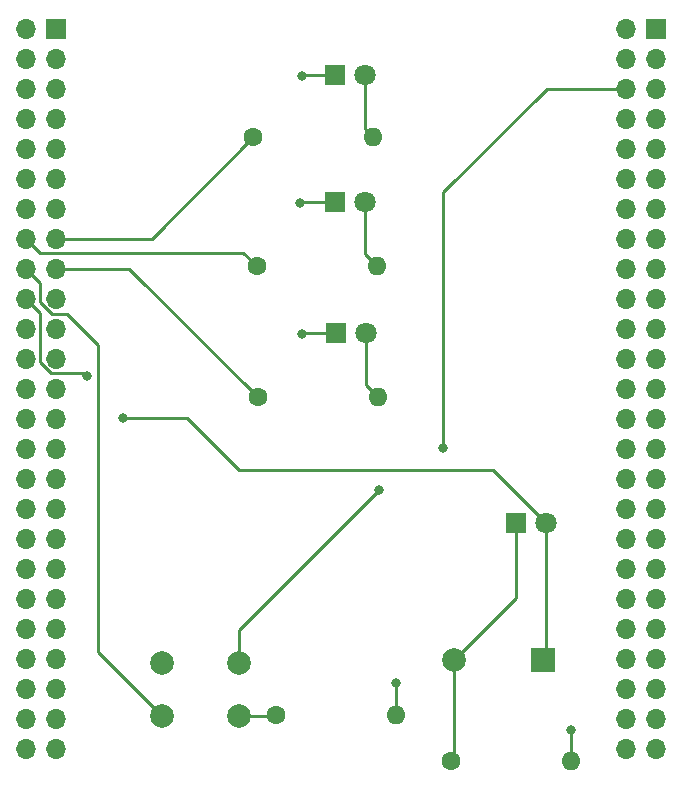
<source format=gbr>
%TF.GenerationSoftware,KiCad,Pcbnew,(7.0.0-0)*%
%TF.CreationDate,2023-05-30T21:51:57-06:00*%
%TF.ProjectId,Phase D PCB,50686173-6520-4442-9050-43422e6b6963,rev?*%
%TF.SameCoordinates,Original*%
%TF.FileFunction,Copper,L1,Top*%
%TF.FilePolarity,Positive*%
%FSLAX46Y46*%
G04 Gerber Fmt 4.6, Leading zero omitted, Abs format (unit mm)*
G04 Created by KiCad (PCBNEW (7.0.0-0)) date 2023-05-30 21:51:57*
%MOMM*%
%LPD*%
G01*
G04 APERTURE LIST*
%TA.AperFunction,ComponentPad*%
%ADD10R,1.700000X1.700000*%
%TD*%
%TA.AperFunction,ComponentPad*%
%ADD11O,1.700000X1.700000*%
%TD*%
%TA.AperFunction,ComponentPad*%
%ADD12R,1.800000X1.800000*%
%TD*%
%TA.AperFunction,ComponentPad*%
%ADD13C,1.800000*%
%TD*%
%TA.AperFunction,ComponentPad*%
%ADD14C,1.600000*%
%TD*%
%TA.AperFunction,ComponentPad*%
%ADD15O,1.600000X1.600000*%
%TD*%
%TA.AperFunction,ComponentPad*%
%ADD16C,2.000000*%
%TD*%
%TA.AperFunction,ComponentPad*%
%ADD17R,2.000000X2.000000*%
%TD*%
%TA.AperFunction,ViaPad*%
%ADD18C,0.800000*%
%TD*%
%TA.AperFunction,Conductor*%
%ADD19C,0.250000*%
%TD*%
%TA.AperFunction,Conductor*%
%ADD20C,0.203200*%
%TD*%
G04 APERTURE END LIST*
D10*
%TO.P,J2,1,Pin_1*%
%TO.N,GND*%
X170152399Y-59136199D03*
D11*
%TO.P,J2,2,Pin_2*%
X167612399Y-59136199D03*
%TO.P,J2,3,Pin_3*%
%TO.N,+5V*%
X170152399Y-61676199D03*
%TO.P,J2,4,Pin_4*%
X167612399Y-61676199D03*
%TO.P,J2,5,Pin_5*%
%TO.N,+3V0*%
X170152399Y-64216199D03*
%TO.P,J2,6,Pin_6*%
X167612399Y-64216199D03*
%TO.P,J2,7,Pin_7*%
%TO.N,unconnected-(J2-Pin_7-Pad7)*%
X170152399Y-66756199D03*
%TO.P,J2,8,Pin_8*%
%TO.N,unconnected-(J2-Pin_8-Pad8)*%
X167612399Y-66756199D03*
%TO.P,J2,9,Pin_9*%
%TO.N,unconnected-(J2-Pin_9-Pad9)*%
X170152399Y-69296199D03*
%TO.P,J2,10,Pin_10*%
%TO.N,unconnected-(J2-Pin_10-Pad10)*%
X167612399Y-69296199D03*
%TO.P,J2,11,Pin_11*%
%TO.N,unconnected-(J2-Pin_11-Pad11)*%
X170152399Y-71836199D03*
%TO.P,J2,12,Pin_12*%
%TO.N,unconnected-(J2-Pin_12-Pad12)*%
X167612399Y-71836199D03*
%TO.P,J2,13,Pin_13*%
%TO.N,unconnected-(J2-Pin_13-Pad13)*%
X170152399Y-74376199D03*
%TO.P,J2,14,Pin_14*%
%TO.N,unconnected-(J2-Pin_14-Pad14)*%
X167612399Y-74376199D03*
%TO.P,J2,15,Pin_15*%
%TO.N,unconnected-(J2-Pin_15-Pad15)*%
X170152399Y-76916199D03*
%TO.P,J2,16,Pin_16*%
%TO.N,unconnected-(J2-Pin_16-Pad16)*%
X167612399Y-76916199D03*
%TO.P,J2,17,Pin_17*%
%TO.N,unconnected-(J2-Pin_17-Pad17)*%
X170152399Y-79456199D03*
%TO.P,J2,18,Pin_18*%
%TO.N,unconnected-(J2-Pin_18-Pad18)*%
X167612399Y-79456199D03*
%TO.P,J2,19,Pin_19*%
%TO.N,unconnected-(J2-Pin_19-Pad19)*%
X170152399Y-81996199D03*
%TO.P,J2,20,Pin_20*%
%TO.N,unconnected-(J2-Pin_20-Pad20)*%
X167612399Y-81996199D03*
%TO.P,J2,21,Pin_21*%
%TO.N,unconnected-(J2-Pin_21-Pad21)*%
X170152399Y-84536199D03*
%TO.P,J2,22,Pin_22*%
%TO.N,unconnected-(J2-Pin_22-Pad22)*%
X167612399Y-84536199D03*
%TO.P,J2,23,Pin_23*%
%TO.N,unconnected-(J2-Pin_23-Pad23)*%
X170152399Y-87076199D03*
%TO.P,J2,24,Pin_24*%
%TO.N,unconnected-(J2-Pin_24-Pad24)*%
X167612399Y-87076199D03*
%TO.P,J2,25,Pin_25*%
%TO.N,unconnected-(J2-Pin_25-Pad25)*%
X170152399Y-89616199D03*
%TO.P,J2,26,Pin_26*%
%TO.N,unconnected-(J2-Pin_26-Pad26)*%
X167612399Y-89616199D03*
%TO.P,J2,27,Pin_27*%
%TO.N,unconnected-(J2-Pin_27-Pad27)*%
X170152399Y-92156199D03*
%TO.P,J2,28,Pin_28*%
%TO.N,unconnected-(J2-Pin_28-Pad28)*%
X167612399Y-92156199D03*
%TO.P,J2,29,Pin_29*%
%TO.N,unconnected-(J2-Pin_29-Pad29)*%
X170152399Y-94696199D03*
%TO.P,J2,30,Pin_30*%
%TO.N,unconnected-(J2-Pin_30-Pad30)*%
X167612399Y-94696199D03*
%TO.P,J2,31,Pin_31*%
%TO.N,unconnected-(J2-Pin_31-Pad31)*%
X170152399Y-97236199D03*
%TO.P,J2,32,Pin_32*%
%TO.N,unconnected-(J2-Pin_32-Pad32)*%
X167612399Y-97236199D03*
%TO.P,J2,33,Pin_33*%
%TO.N,unconnected-(J2-Pin_33-Pad33)*%
X170152399Y-99776199D03*
%TO.P,J2,34,Pin_34*%
%TO.N,unconnected-(J2-Pin_34-Pad34)*%
X167612399Y-99776199D03*
%TO.P,J2,35,Pin_35*%
%TO.N,unconnected-(J2-Pin_35-Pad35)*%
X170152399Y-102316199D03*
%TO.P,J2,36,Pin_36*%
%TO.N,unconnected-(J2-Pin_36-Pad36)*%
X167612399Y-102316199D03*
%TO.P,J2,37,Pin_37*%
%TO.N,unconnected-(J2-Pin_37-Pad37)*%
X170152399Y-104856199D03*
%TO.P,J2,38,Pin_38*%
%TO.N,unconnected-(J2-Pin_38-Pad38)*%
X167612399Y-104856199D03*
%TO.P,J2,39,Pin_39*%
%TO.N,unconnected-(J2-Pin_39-Pad39)*%
X170152399Y-107396199D03*
%TO.P,J2,40,Pin_40*%
%TO.N,unconnected-(J2-Pin_40-Pad40)*%
X167612399Y-107396199D03*
%TO.P,J2,41,Pin_41*%
%TO.N,unconnected-(J2-Pin_41-Pad41)*%
X170152399Y-109936199D03*
%TO.P,J2,42,Pin_42*%
%TO.N,unconnected-(J2-Pin_42-Pad42)*%
X167612399Y-109936199D03*
%TO.P,J2,43,Pin_43*%
%TO.N,unconnected-(J2-Pin_43-Pad43)*%
X170152399Y-112476199D03*
%TO.P,J2,44,Pin_44*%
%TO.N,unconnected-(J2-Pin_44-Pad44)*%
X167612399Y-112476199D03*
%TO.P,J2,45,Pin_45*%
%TO.N,unconnected-(J2-Pin_45-Pad45)*%
X170152399Y-115016199D03*
%TO.P,J2,46,Pin_46*%
%TO.N,unconnected-(J2-Pin_46-Pad46)*%
X167612399Y-115016199D03*
%TO.P,J2,47,Pin_47*%
%TO.N,unconnected-(J2-Pin_47-Pad47)*%
X170152399Y-117556199D03*
%TO.P,J2,48,Pin_48*%
%TO.N,unconnected-(J2-Pin_48-Pad48)*%
X167612399Y-117556199D03*
%TO.P,J2,49,Pin_49*%
%TO.N,GND*%
X170152399Y-120096199D03*
%TO.P,J2,50,Pin_50*%
X167612399Y-120096199D03*
%TD*%
D12*
%TO.P,D1,1,K*%
%TO.N,GND*%
X142959999Y-62999999D03*
D13*
%TO.P,D1,2,A*%
%TO.N,Net-(D1-A)*%
X145500000Y-63000000D03*
%TD*%
D12*
%TO.P,D2,1,K*%
%TO.N,GND*%
X142924999Y-73799999D03*
D13*
%TO.P,D2,2,A*%
%TO.N,Net-(D2-A)*%
X145465000Y-73800000D03*
%TD*%
D12*
%TO.P,D3,1,K*%
%TO.N,GND*%
X143059999Y-84899999D03*
D13*
%TO.P,D3,2,A*%
%TO.N,Net-(D3-A)*%
X145600000Y-84900000D03*
%TD*%
D14*
%TO.P,R3,1*%
%TO.N,Red_LED*%
X136420000Y-90300000D03*
D15*
%TO.P,R3,2*%
%TO.N,Net-(D3-A)*%
X146579999Y-90299999D03*
%TD*%
D16*
%TO.P,SW1,1,1*%
%TO.N,+3V0*%
X128350000Y-112850000D03*
X134850000Y-112850000D03*
%TO.P,SW1,2,2*%
%TO.N,Switch*%
X128350000Y-117350000D03*
X134850000Y-117350000D03*
%TD*%
D17*
%TO.P,LS1,1,1*%
%TO.N,Buzzer{slash}LED*%
X160599999Y-112599999D03*
D16*
%TO.P,LS1,2,2*%
%TO.N,Net-(D4-K)*%
X153000000Y-112600000D03*
%TD*%
D10*
%TO.P,J1,1,Pin_1*%
%TO.N,GND*%
X119362399Y-59116199D03*
D11*
%TO.P,J1,2,Pin_2*%
X116822399Y-59116199D03*
%TO.P,J1,3,Pin_3*%
%TO.N,unconnected-(J1-Pin_3-Pad3)*%
X119362399Y-61656199D03*
%TO.P,J1,4,Pin_4*%
%TO.N,unconnected-(J1-Pin_4-Pad4)*%
X116822399Y-61656199D03*
%TO.P,J1,5,Pin_5*%
%TO.N,unconnected-(J1-Pin_5-Pad5)*%
X119362399Y-64196199D03*
%TO.P,J1,6,Pin_6*%
%TO.N,GND*%
X116822399Y-64196199D03*
%TO.P,J1,7,Pin_7*%
%TO.N,unconnected-(J1-Pin_7-Pad7)*%
X119362399Y-66736199D03*
%TO.P,J1,8,Pin_8*%
%TO.N,unconnected-(J1-Pin_8-Pad8)*%
X116822399Y-66736199D03*
%TO.P,J1,9,Pin_9*%
%TO.N,unconnected-(J1-Pin_9-Pad9)*%
X119362399Y-69276199D03*
%TO.P,J1,10,Pin_10*%
%TO.N,unconnected-(J1-Pin_10-Pad10)*%
X116822399Y-69276199D03*
%TO.P,J1,11,Pin_11*%
%TO.N,unconnected-(J1-Pin_11-Pad11)*%
X119362399Y-71816199D03*
%TO.P,J1,12,Pin_12*%
%TO.N,unconnected-(J1-Pin_12-Pad12)*%
X116822399Y-71816199D03*
%TO.P,J1,13,Pin_13*%
%TO.N,unconnected-(J1-Pin_13-Pad13)*%
X119362399Y-74356199D03*
%TO.P,J1,14,Pin_14*%
%TO.N,unconnected-(J1-Pin_14-Pad14)*%
X116822399Y-74356199D03*
%TO.P,J1,15,Pin_15*%
%TO.N,Green_LED*%
X119362399Y-76896199D03*
%TO.P,J1,16,Pin_16*%
%TO.N,Yellow_LED*%
X116822399Y-76896199D03*
%TO.P,J1,17,Pin_17*%
%TO.N,Red_LED*%
X119362399Y-79436199D03*
%TO.P,J1,18,Pin_18*%
%TO.N,Switch*%
X116822399Y-79436199D03*
%TO.P,J1,19,Pin_19*%
%TO.N,unconnected-(J1-Pin_19-Pad19)*%
X119362399Y-81976199D03*
%TO.P,J1,20,Pin_20*%
%TO.N,Buzzer{slash}LED*%
X116822399Y-81976199D03*
%TO.P,J1,21,Pin_21*%
%TO.N,unconnected-(J1-Pin_21-Pad21)*%
X119362399Y-84516199D03*
%TO.P,J1,22,Pin_22*%
%TO.N,unconnected-(J1-Pin_22-Pad22)*%
X116822399Y-84516199D03*
%TO.P,J1,23,Pin_23*%
%TO.N,unconnected-(J1-Pin_23-Pad23)*%
X119362399Y-87056199D03*
%TO.P,J1,24,Pin_24*%
%TO.N,GND*%
X116822399Y-87056199D03*
%TO.P,J1,25,Pin_25*%
%TO.N,unconnected-(J1-Pin_25-Pad25)*%
X119362399Y-89596199D03*
%TO.P,J1,26,Pin_26*%
%TO.N,unconnected-(J1-Pin_26-Pad26)*%
X116822399Y-89596199D03*
%TO.P,J1,27,Pin_27*%
%TO.N,unconnected-(J1-Pin_27-Pad27)*%
X119362399Y-92136199D03*
%TO.P,J1,28,Pin_28*%
%TO.N,unconnected-(J1-Pin_28-Pad28)*%
X116822399Y-92136199D03*
%TO.P,J1,29,Pin_29*%
%TO.N,unconnected-(J1-Pin_29-Pad29)*%
X119362399Y-94676199D03*
%TO.P,J1,30,Pin_30*%
%TO.N,unconnected-(J1-Pin_30-Pad30)*%
X116822399Y-94676199D03*
%TO.P,J1,31,Pin_31*%
%TO.N,unconnected-(J1-Pin_31-Pad31)*%
X119362399Y-97216199D03*
%TO.P,J1,32,Pin_32*%
%TO.N,unconnected-(J1-Pin_32-Pad32)*%
X116822399Y-97216199D03*
%TO.P,J1,33,Pin_33*%
%TO.N,unconnected-(J1-Pin_33-Pad33)*%
X119362399Y-99756199D03*
%TO.P,J1,34,Pin_34*%
%TO.N,unconnected-(J1-Pin_34-Pad34)*%
X116822399Y-99756199D03*
%TO.P,J1,35,Pin_35*%
%TO.N,unconnected-(J1-Pin_35-Pad35)*%
X119362399Y-102296199D03*
%TO.P,J1,36,Pin_36*%
%TO.N,unconnected-(J1-Pin_36-Pad36)*%
X116822399Y-102296199D03*
%TO.P,J1,37,Pin_37*%
%TO.N,unconnected-(J1-Pin_37-Pad37)*%
X119362399Y-104836199D03*
%TO.P,J1,38,Pin_38*%
%TO.N,unconnected-(J1-Pin_38-Pad38)*%
X116822399Y-104836199D03*
%TO.P,J1,39,Pin_39*%
%TO.N,unconnected-(J1-Pin_39-Pad39)*%
X119362399Y-107376199D03*
%TO.P,J1,40,Pin_40*%
%TO.N,unconnected-(J1-Pin_40-Pad40)*%
X116822399Y-107376199D03*
%TO.P,J1,41,Pin_41*%
%TO.N,unconnected-(J1-Pin_41-Pad41)*%
X119362399Y-109916199D03*
%TO.P,J1,42,Pin_42*%
%TO.N,unconnected-(J1-Pin_42-Pad42)*%
X116822399Y-109916199D03*
%TO.P,J1,43,Pin_43*%
%TO.N,unconnected-(J1-Pin_43-Pad43)*%
X119362399Y-112456199D03*
%TO.P,J1,44,Pin_44*%
%TO.N,unconnected-(J1-Pin_44-Pad44)*%
X116822399Y-112456199D03*
%TO.P,J1,45,Pin_45*%
%TO.N,unconnected-(J1-Pin_45-Pad45)*%
X119362399Y-114996199D03*
%TO.P,J1,46,Pin_46*%
%TO.N,unconnected-(J1-Pin_46-Pad46)*%
X116822399Y-114996199D03*
%TO.P,J1,47,Pin_47*%
%TO.N,unconnected-(J1-Pin_47-Pad47)*%
X119362399Y-117536199D03*
%TO.P,J1,48,Pin_48*%
%TO.N,unconnected-(J1-Pin_48-Pad48)*%
X116822399Y-117536199D03*
%TO.P,J1,49,Pin_49*%
%TO.N,GND*%
X119362399Y-120076199D03*
%TO.P,J1,50,Pin_50*%
X116822399Y-120076199D03*
%TD*%
D14*
%TO.P,R5,1*%
%TO.N,Net-(D4-K)*%
X152740000Y-121100000D03*
D15*
%TO.P,R5,2*%
%TO.N,GND*%
X162899999Y-121099999D03*
%TD*%
D12*
%TO.P,D4,1,K*%
%TO.N,Net-(D4-K)*%
X158259999Y-100999999D03*
D13*
%TO.P,D4,2,A*%
%TO.N,Buzzer{slash}LED*%
X160800000Y-101000000D03*
%TD*%
D14*
%TO.P,R2,1*%
%TO.N,Yellow_LED*%
X136340000Y-79200000D03*
D15*
%TO.P,R2,2*%
%TO.N,Net-(D2-A)*%
X146499999Y-79199999D03*
%TD*%
D14*
%TO.P,R1,1*%
%TO.N,Green_LED*%
X136040000Y-68300000D03*
D15*
%TO.P,R1,2*%
%TO.N,Net-(D1-A)*%
X146199999Y-68299999D03*
%TD*%
D14*
%TO.P,R4,1*%
%TO.N,Switch*%
X137940000Y-117200000D03*
D15*
%TO.P,R4,2*%
%TO.N,GND*%
X148099999Y-117199999D03*
%TD*%
D18*
%TO.N,GND*%
X148100000Y-114500000D03*
X162900000Y-118500000D03*
X140200000Y-63100000D03*
X140200000Y-85000000D03*
X140000000Y-73900000D03*
%TO.N,+3V0*%
X152100000Y-94600000D03*
X146700000Y-98200000D03*
%TO.N,Buzzer{slash}LED*%
X122000000Y-88500000D03*
X125000000Y-92100000D03*
%TD*%
D19*
%TO.N,Net-(D3-A)*%
X145600000Y-84900000D02*
X145600000Y-89320000D01*
X145600000Y-89320000D02*
X146580000Y-90300000D01*
%TO.N,Net-(D2-A)*%
X145465000Y-73800000D02*
X145465000Y-78165000D01*
X145465000Y-78165000D02*
X146500000Y-79200000D01*
%TO.N,Net-(D1-A)*%
X145500000Y-63000000D02*
X145500000Y-67600000D01*
X145500000Y-67600000D02*
X146200000Y-68300000D01*
%TO.N,GND*%
X142960000Y-63000000D02*
X140300000Y-63000000D01*
X140300000Y-63000000D02*
X140200000Y-63100000D01*
X140100000Y-73800000D02*
X140000000Y-73900000D01*
X148100000Y-117200000D02*
X148100000Y-114500000D01*
X143060000Y-84900000D02*
X140300000Y-84900000D01*
X162900000Y-121100000D02*
X162900000Y-118500000D01*
X142925000Y-73800000D02*
X140100000Y-73800000D01*
X140300000Y-84900000D02*
X140200000Y-85000000D01*
%TO.N,Net-(D4-K)*%
X153000000Y-112600000D02*
X153000000Y-120840000D01*
X158260000Y-107340000D02*
X153000000Y-112600000D01*
X158260000Y-101000000D02*
X158260000Y-107340000D01*
X153000000Y-120840000D02*
X152740000Y-121100000D01*
%TO.N,+3V0*%
X146700000Y-98200000D02*
X134850000Y-110050000D01*
X160870699Y-64216200D02*
X167612400Y-64216200D01*
X152100000Y-72986899D02*
X160870699Y-64216200D01*
X134850000Y-110050000D02*
X134850000Y-112850000D01*
X152100000Y-94600000D02*
X152100000Y-72986899D01*
%TO.N,Buzzer{slash}LED*%
X118875699Y-88231200D02*
X117997400Y-87352901D01*
X160800000Y-112400000D02*
X160600000Y-112600000D01*
X121731200Y-88231200D02*
X118875699Y-88231200D01*
X122000000Y-88500000D02*
X121731200Y-88231200D01*
X156300000Y-96500000D02*
X160800000Y-101000000D01*
X125000000Y-92100000D02*
X130400000Y-92100000D01*
X117997400Y-83151200D02*
X116822400Y-81976200D01*
X117997400Y-87352901D02*
X117997400Y-83151200D01*
X134800000Y-96500000D02*
X156300000Y-96500000D01*
X130400000Y-92100000D02*
X134800000Y-96500000D01*
X160800000Y-101000000D02*
X160800000Y-112400000D01*
D20*
%TO.N,unconnected-(J1-Pin_14-Pad14)*%
X116822400Y-74356200D02*
X116822400Y-74879600D01*
X116822400Y-74356200D02*
X116822400Y-74752600D01*
D19*
%TO.N,Green_LED*%
X127443800Y-76896200D02*
X136040000Y-68300000D01*
X119362400Y-76896200D02*
X127443800Y-76896200D01*
%TO.N,Yellow_LED*%
X116822400Y-76896200D02*
X117997400Y-78071200D01*
X135211200Y-78071200D02*
X136340000Y-79200000D01*
X117997400Y-78071200D02*
X135211200Y-78071200D01*
%TO.N,Red_LED*%
X119362400Y-79436200D02*
X125556200Y-79436200D01*
X125556200Y-79436200D02*
X136420000Y-90300000D01*
%TO.N,Switch*%
X118000000Y-82275501D02*
X118000000Y-80613800D01*
X128350000Y-117350000D02*
X122900000Y-111900000D01*
X134850000Y-117350000D02*
X137790000Y-117350000D01*
X120300000Y-83300000D02*
X119024499Y-83300000D01*
X119024499Y-83300000D02*
X118000000Y-82275501D01*
X137790000Y-117350000D02*
X137940000Y-117200000D01*
X122900000Y-111900000D02*
X122900000Y-85900000D01*
X118000000Y-80613800D02*
X116822400Y-79436200D01*
X122900000Y-85900000D02*
X120300000Y-83300000D01*
%TD*%
M02*

</source>
